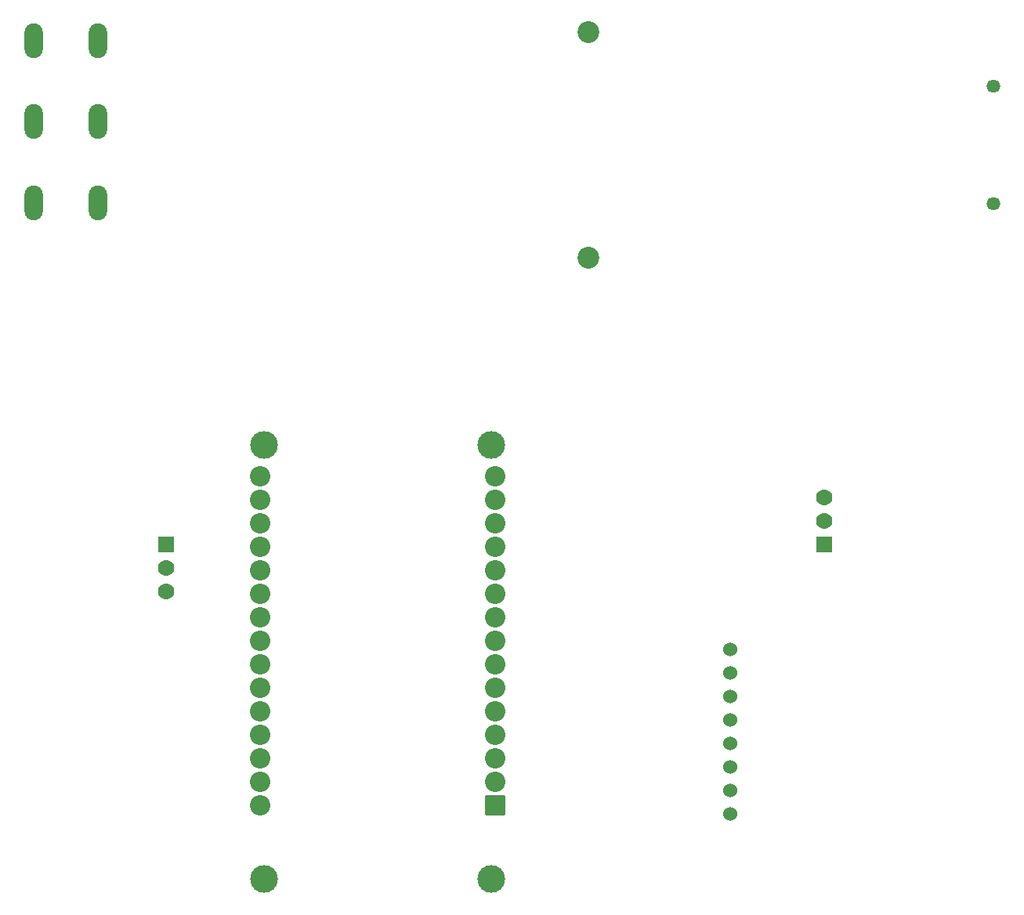
<source format=gbr>
%TF.GenerationSoftware,KiCad,Pcbnew,8.0.6*%
%TF.CreationDate,2025-01-02T10:31:57+08:00*%
%TF.ProjectId,qms_wearables,716d735f-7765-4617-9261-626c65732e6b,rev?*%
%TF.SameCoordinates,Original*%
%TF.FileFunction,Soldermask,Top*%
%TF.FilePolarity,Negative*%
%FSLAX46Y46*%
G04 Gerber Fmt 4.6, Leading zero omitted, Abs format (unit mm)*
G04 Created by KiCad (PCBNEW 8.0.6) date 2025-01-02 10:31:57*
%MOMM*%
%LPD*%
G01*
G04 APERTURE LIST*
G04 Aperture macros list*
%AMRoundRect*
0 Rectangle with rounded corners*
0 $1 Rounding radius*
0 $2 $3 $4 $5 $6 $7 $8 $9 X,Y pos of 4 corners*
0 Add a 4 corners polygon primitive as box body*
4,1,4,$2,$3,$4,$5,$6,$7,$8,$9,$2,$3,0*
0 Add four circle primitives for the rounded corners*
1,1,$1+$1,$2,$3*
1,1,$1+$1,$4,$5*
1,1,$1+$1,$6,$7*
1,1,$1+$1,$8,$9*
0 Add four rect primitives between the rounded corners*
20,1,$1+$1,$2,$3,$4,$5,0*
20,1,$1+$1,$4,$5,$6,$7,0*
20,1,$1+$1,$6,$7,$8,$9,0*
20,1,$1+$1,$8,$9,$2,$3,0*%
G04 Aperture macros list end*
%ADD10C,1.524000*%
%ADD11RoundRect,0.102000X0.780000X0.780000X-0.780000X0.780000X-0.780000X-0.780000X0.780000X-0.780000X0*%
%ADD12C,1.764000*%
%ADD13C,3.000000*%
%ADD14RoundRect,0.102000X1.000000X1.000000X-1.000000X1.000000X-1.000000X-1.000000X1.000000X-1.000000X0*%
%ADD15C,2.204000*%
%ADD16RoundRect,0.102000X-0.780000X-0.780000X0.780000X-0.780000X0.780000X0.780000X-0.780000X0.780000X0*%
%ADD17C,2.360000*%
%ADD18C,1.467000*%
%ADD19O,1.989000X3.774000*%
G04 APERTURE END LIST*
D10*
%TO.C,U2*%
X157480000Y-133223000D03*
X157480000Y-130683000D03*
X157480000Y-128143000D03*
X157480000Y-125603000D03*
X157480000Y-123063000D03*
X157480000Y-120523000D03*
X157480000Y-117983000D03*
X157480000Y-115443000D03*
%TD*%
D11*
%TO.C,P1*%
X96520000Y-104140000D03*
D12*
X96520000Y-106680000D03*
X96520000Y-109220000D03*
%TD*%
D13*
%TO.C,U1*%
X131660000Y-140315000D03*
X131660000Y-93365000D03*
X107150000Y-140315000D03*
X107150000Y-93365000D03*
D14*
X132080000Y-132355000D03*
D15*
X132080000Y-129815000D03*
X132080000Y-127275000D03*
X132080000Y-124735000D03*
X132080000Y-122195000D03*
X132080000Y-119655000D03*
X132080000Y-117115000D03*
X132080000Y-114575000D03*
X132080000Y-112035000D03*
X132080000Y-109495000D03*
X132080000Y-106955000D03*
X132080000Y-104415000D03*
X132080000Y-101875000D03*
X132080000Y-99335000D03*
X132080000Y-96795000D03*
X106680000Y-96795000D03*
X106680000Y-99335000D03*
X106680000Y-101875000D03*
X106680000Y-104415000D03*
X106680000Y-106955000D03*
X106680000Y-109495000D03*
X106680000Y-112035000D03*
X106680000Y-114575000D03*
X106680000Y-117115000D03*
X106680000Y-119655000D03*
X106680000Y-122195000D03*
X106680000Y-124735000D03*
X106680000Y-127275000D03*
X106680000Y-129815000D03*
X106680000Y-132355000D03*
%TD*%
D16*
%TO.C,P2*%
X167640000Y-104140000D03*
D12*
X167640000Y-101600000D03*
X167640000Y-99060000D03*
%TD*%
D17*
%TO.C,BT1*%
X142181750Y-48770000D03*
X142181750Y-73150000D03*
D18*
X185921750Y-67310000D03*
X185921750Y-54610000D03*
%TD*%
D19*
%TO.C,J1*%
X82235000Y-67180000D03*
X82235000Y-58420000D03*
X82235000Y-49660000D03*
X89220000Y-67180000D03*
X89220000Y-58420000D03*
X89220000Y-49660000D03*
%TD*%
M02*

</source>
